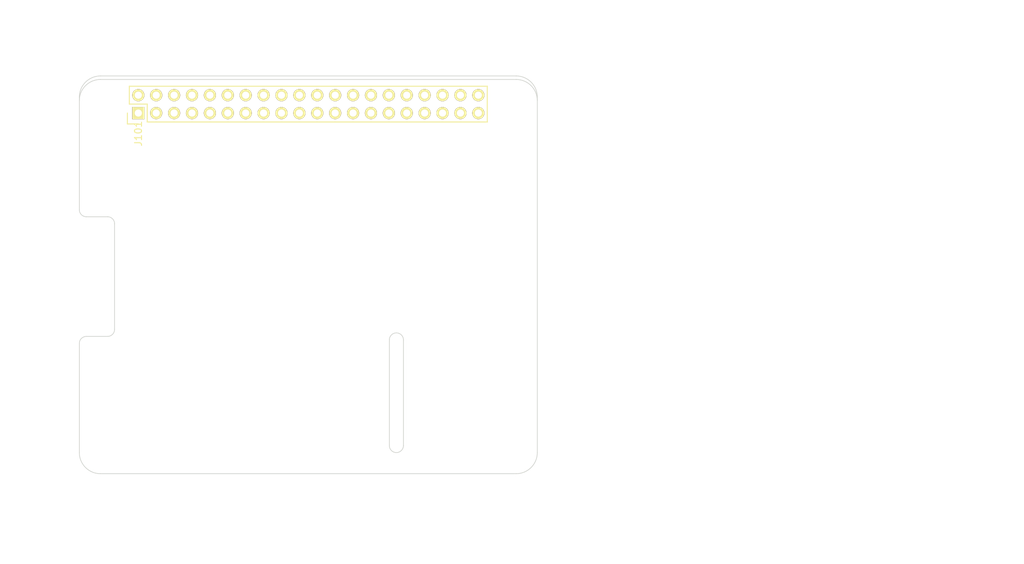
<source format=kicad_pcb>
(kicad_pcb (version 4) (host pcbnew 4.0.5+dfsg1-4)

  (general
    (links 0)
    (no_connects 0)
    (area -10.421428 -10.7 133.92857 69.475)
    (thickness 1.6)
    (drawings 40)
    (tracks 0)
    (zones 0)
    (modules 5)
    (nets 41)
  )

  (page A4)
  (layers
    (0 F.Cu signal)
    (31 B.Cu signal)
    (32 B.Adhes user)
    (33 F.Adhes user)
    (34 B.Paste user)
    (35 F.Paste user)
    (36 B.SilkS user)
    (37 F.SilkS user)
    (38 B.Mask user)
    (39 F.Mask user)
    (40 Dwgs.User user)
    (41 Cmts.User user)
    (42 Eco1.User user)
    (43 Eco2.User user)
    (44 Edge.Cuts user)
    (45 Margin user)
    (46 B.CrtYd user)
    (47 F.CrtYd user)
    (48 B.Fab user)
    (49 F.Fab user)
  )

  (setup
    (last_trace_width 0.25)
    (user_trace_width 0.01)
    (user_trace_width 0.02)
    (user_trace_width 0.05)
    (user_trace_width 0.1)
    (user_trace_width 0.2)
    (trace_clearance 0.2)
    (zone_clearance 0.508)
    (zone_45_only no)
    (trace_min 0.01)
    (segment_width 0.2)
    (edge_width 0.1)
    (via_size 0.6)
    (via_drill 0.4)
    (via_min_size 0.4)
    (via_min_drill 0.3)
    (uvia_size 0.3)
    (uvia_drill 0.1)
    (uvias_allowed no)
    (uvia_min_size 0.2)
    (uvia_min_drill 0.1)
    (pcb_text_width 0.3)
    (pcb_text_size 1.5 1.5)
    (mod_edge_width 0.15)
    (mod_text_size 1 1)
    (mod_text_width 0.15)
    (pad_size 2.75 2.75)
    (pad_drill 2.75)
    (pad_to_mask_clearance 0)
    (aux_axis_origin 90.17 87.63)
    (grid_origin 90.17 87.63)
    (visible_elements 7FFEFFFF)
    (pcbplotparams
      (layerselection 0x00030_80000001)
      (usegerberextensions false)
      (excludeedgelayer true)
      (linewidth 0.100000)
      (plotframeref false)
      (viasonmask false)
      (mode 1)
      (useauxorigin false)
      (hpglpennumber 1)
      (hpglpenspeed 20)
      (hpglpendiameter 15)
      (hpglpenoverlay 2)
      (psnegative false)
      (psa4output false)
      (plotreference true)
      (plotvalue true)
      (plotinvisibletext false)
      (padsonsilk false)
      (subtractmaskfromsilk false)
      (outputformat 1)
      (mirror false)
      (drillshape 0)
      (scaleselection 1)
      (outputdirectory meta/))
  )

  (net 0 "")
  (net 1 "Net-(J2-Pad1)")
  (net 2 "Net-(J2-Pad2)")
  (net 3 "Net-(J2-Pad3)")
  (net 4 "Net-(J2-Pad4)")
  (net 5 "Net-(J2-Pad5)")
  (net 6 "Net-(J2-Pad6)")
  (net 7 "Net-(J2-Pad7)")
  (net 8 "Net-(J2-Pad8)")
  (net 9 "Net-(J2-Pad9)")
  (net 10 "Net-(J2-Pad10)")
  (net 11 "Net-(J2-Pad11)")
  (net 12 "Net-(J2-Pad12)")
  (net 13 "Net-(J2-Pad13)")
  (net 14 "Net-(J2-Pad14)")
  (net 15 "Net-(J2-Pad15)")
  (net 16 "Net-(J2-Pad16)")
  (net 17 "Net-(J2-Pad17)")
  (net 18 "Net-(J2-Pad18)")
  (net 19 "Net-(J2-Pad19)")
  (net 20 "Net-(J2-Pad20)")
  (net 21 "Net-(J2-Pad21)")
  (net 22 "Net-(J2-Pad22)")
  (net 23 "Net-(J2-Pad23)")
  (net 24 "Net-(J2-Pad24)")
  (net 25 "Net-(J2-Pad25)")
  (net 26 "Net-(J2-Pad26)")
  (net 27 "Net-(J2-Pad27)")
  (net 28 "Net-(J2-Pad28)")
  (net 29 "Net-(J2-Pad29)")
  (net 30 "Net-(J2-Pad30)")
  (net 31 "Net-(J2-Pad31)")
  (net 32 "Net-(J2-Pad32)")
  (net 33 "Net-(J2-Pad33)")
  (net 34 "Net-(J2-Pad34)")
  (net 35 "Net-(J2-Pad35)")
  (net 36 "Net-(J2-Pad36)")
  (net 37 "Net-(J2-Pad37)")
  (net 38 "Net-(J2-Pad38)")
  (net 39 "Net-(J2-Pad39)")
  (net 40 "Net-(J2-Pad40)")

  (net_class Default "This is the default net class."
    (clearance 0.2)
    (trace_width 0.25)
    (via_dia 0.6)
    (via_drill 0.4)
    (uvia_dia 0.3)
    (uvia_drill 0.1)
    (add_net "Net-(J2-Pad1)")
    (add_net "Net-(J2-Pad10)")
    (add_net "Net-(J2-Pad11)")
    (add_net "Net-(J2-Pad12)")
    (add_net "Net-(J2-Pad13)")
    (add_net "Net-(J2-Pad14)")
    (add_net "Net-(J2-Pad15)")
    (add_net "Net-(J2-Pad16)")
    (add_net "Net-(J2-Pad17)")
    (add_net "Net-(J2-Pad18)")
    (add_net "Net-(J2-Pad19)")
    (add_net "Net-(J2-Pad2)")
    (add_net "Net-(J2-Pad20)")
    (add_net "Net-(J2-Pad21)")
    (add_net "Net-(J2-Pad22)")
    (add_net "Net-(J2-Pad23)")
    (add_net "Net-(J2-Pad24)")
    (add_net "Net-(J2-Pad25)")
    (add_net "Net-(J2-Pad26)")
    (add_net "Net-(J2-Pad27)")
    (add_net "Net-(J2-Pad28)")
    (add_net "Net-(J2-Pad29)")
    (add_net "Net-(J2-Pad3)")
    (add_net "Net-(J2-Pad30)")
    (add_net "Net-(J2-Pad31)")
    (add_net "Net-(J2-Pad32)")
    (add_net "Net-(J2-Pad33)")
    (add_net "Net-(J2-Pad34)")
    (add_net "Net-(J2-Pad35)")
    (add_net "Net-(J2-Pad36)")
    (add_net "Net-(J2-Pad37)")
    (add_net "Net-(J2-Pad38)")
    (add_net "Net-(J2-Pad39)")
    (add_net "Net-(J2-Pad4)")
    (add_net "Net-(J2-Pad40)")
    (add_net "Net-(J2-Pad5)")
    (add_net "Net-(J2-Pad6)")
    (add_net "Net-(J2-Pad7)")
    (add_net "Net-(J2-Pad8)")
    (add_net "Net-(J2-Pad9)")
  )

  (module RPi_Hat:Pin_Header_Straight_2x20 locked (layer F.Cu) (tedit 5984F6EC) (tstamp 5516AEA0)
    (at 114.3 86.36 90)
    (descr "Through hole pin header")
    (tags "pin header")
    (path /5515D395/5516AE26)
    (fp_text reference J101 (at -4.191 -24.13 90) (layer F.SilkS)
      (effects (font (size 1 1) (thickness 0.15)))
    )
    (fp_text value RPi_GPIO (at -1.27 -27.23 90) (layer F.Fab)
      (effects (font (size 1 1) (thickness 0.15)))
    )
    (fp_line (start -3.02 -25.88) (end -3.02 25.92) (layer F.CrtYd) (width 0.05))
    (fp_line (start 3.03 -25.88) (end 3.03 25.92) (layer F.CrtYd) (width 0.05))
    (fp_line (start -3.02 -25.88) (end 3.03 -25.88) (layer F.CrtYd) (width 0.05))
    (fp_line (start -3.02 25.92) (end 3.03 25.92) (layer F.CrtYd) (width 0.05))
    (fp_line (start 2.54 25.4) (end 2.54 -25.4) (layer F.SilkS) (width 0.15))
    (fp_line (start -2.54 -22.86) (end -2.54 25.4) (layer F.SilkS) (width 0.15))
    (fp_line (start 2.54 25.4) (end -2.54 25.4) (layer F.SilkS) (width 0.15))
    (fp_line (start 2.54 -25.4) (end 0 -25.4) (layer F.SilkS) (width 0.15))
    (fp_line (start -1.27 -25.68) (end -2.82 -25.68) (layer F.SilkS) (width 0.15))
    (fp_line (start 0 -25.4) (end 0 -22.86) (layer F.SilkS) (width 0.15))
    (fp_line (start 0 -22.86) (end -2.54 -22.86) (layer F.SilkS) (width 0.15))
    (fp_line (start -2.82 -25.68) (end -2.82 -24.13) (layer F.SilkS) (width 0.15))
    (pad 1 thru_hole rect (at -1.27 -24.13 90) (size 1.7272 1.7272) (drill 1.016) (layers *.Cu *.Mask F.SilkS)
      (net 1 "Net-(J2-Pad1)"))
    (pad 2 thru_hole oval (at 1.27 -24.13 90) (size 1.7272 1.7272) (drill 1.016) (layers *.Cu *.Mask F.SilkS)
      (net 2 "Net-(J2-Pad2)"))
    (pad 3 thru_hole oval (at -1.27 -21.59 90) (size 1.7272 1.7272) (drill 1.016) (layers *.Cu *.Mask F.SilkS)
      (net 3 "Net-(J2-Pad3)"))
    (pad 4 thru_hole oval (at 1.27 -21.59 90) (size 1.7272 1.7272) (drill 1.016) (layers *.Cu *.Mask F.SilkS)
      (net 4 "Net-(J2-Pad4)"))
    (pad 5 thru_hole oval (at -1.27 -19.05 90) (size 1.7272 1.7272) (drill 1.016) (layers *.Cu *.Mask F.SilkS)
      (net 5 "Net-(J2-Pad5)"))
    (pad 6 thru_hole oval (at 1.27 -19.05 90) (size 1.7272 1.7272) (drill 1.016) (layers *.Cu *.Mask F.SilkS)
      (net 6 "Net-(J2-Pad6)"))
    (pad 7 thru_hole oval (at -1.27 -16.51 90) (size 1.7272 1.7272) (drill 1.016) (layers *.Cu *.Mask F.SilkS)
      (net 7 "Net-(J2-Pad7)"))
    (pad 8 thru_hole oval (at 1.27 -16.51 90) (size 1.7272 1.7272) (drill 1.016) (layers *.Cu *.Mask F.SilkS)
      (net 8 "Net-(J2-Pad8)"))
    (pad 9 thru_hole oval (at -1.27 -13.97 90) (size 1.7272 1.7272) (drill 1.016) (layers *.Cu *.Mask F.SilkS)
      (net 9 "Net-(J2-Pad9)"))
    (pad 10 thru_hole oval (at 1.27 -13.97 90) (size 1.7272 1.7272) (drill 1.016) (layers *.Cu *.Mask F.SilkS)
      (net 10 "Net-(J2-Pad10)"))
    (pad 11 thru_hole oval (at -1.27 -11.43 90) (size 1.7272 1.7272) (drill 1.016) (layers *.Cu *.Mask F.SilkS)
      (net 11 "Net-(J2-Pad11)"))
    (pad 12 thru_hole oval (at 1.27 -11.43 90) (size 1.7272 1.7272) (drill 1.016) (layers *.Cu *.Mask F.SilkS)
      (net 12 "Net-(J2-Pad12)"))
    (pad 13 thru_hole oval (at -1.27 -8.89 90) (size 1.7272 1.7272) (drill 1.016) (layers *.Cu *.Mask F.SilkS)
      (net 13 "Net-(J2-Pad13)"))
    (pad 14 thru_hole oval (at 1.27 -8.89 90) (size 1.7272 1.7272) (drill 1.016) (layers *.Cu *.Mask F.SilkS)
      (net 14 "Net-(J2-Pad14)"))
    (pad 15 thru_hole oval (at -1.27 -6.35 90) (size 1.7272 1.7272) (drill 1.016) (layers *.Cu *.Mask F.SilkS)
      (net 15 "Net-(J2-Pad15)"))
    (pad 16 thru_hole oval (at 1.27 -6.35 90) (size 1.7272 1.7272) (drill 1.016) (layers *.Cu *.Mask F.SilkS)
      (net 16 "Net-(J2-Pad16)"))
    (pad 17 thru_hole oval (at -1.27 -3.81 90) (size 1.7272 1.7272) (drill 1.016) (layers *.Cu *.Mask F.SilkS)
      (net 17 "Net-(J2-Pad17)"))
    (pad 18 thru_hole oval (at 1.27 -3.81 90) (size 1.7272 1.7272) (drill 1.016) (layers *.Cu *.Mask F.SilkS)
      (net 18 "Net-(J2-Pad18)"))
    (pad 19 thru_hole oval (at -1.27 -1.27 90) (size 1.7272 1.7272) (drill 1.016) (layers *.Cu *.Mask F.SilkS)
      (net 19 "Net-(J2-Pad19)"))
    (pad 20 thru_hole oval (at 1.27 -1.27 90) (size 1.7272 1.7272) (drill 1.016) (layers *.Cu *.Mask F.SilkS)
      (net 20 "Net-(J2-Pad20)"))
    (pad 21 thru_hole oval (at -1.27 1.27 90) (size 1.7272 1.7272) (drill 1.016) (layers *.Cu *.Mask F.SilkS)
      (net 21 "Net-(J2-Pad21)"))
    (pad 22 thru_hole oval (at 1.27 1.27 90) (size 1.7272 1.7272) (drill 1.016) (layers *.Cu *.Mask F.SilkS)
      (net 22 "Net-(J2-Pad22)"))
    (pad 23 thru_hole oval (at -1.27 3.81 90) (size 1.7272 1.7272) (drill 1.016) (layers *.Cu *.Mask F.SilkS)
      (net 23 "Net-(J2-Pad23)"))
    (pad 24 thru_hole oval (at 1.27 3.81 90) (size 1.7272 1.7272) (drill 1.016) (layers *.Cu *.Mask F.SilkS)
      (net 24 "Net-(J2-Pad24)"))
    (pad 25 thru_hole oval (at -1.27 6.35 90) (size 1.7272 1.7272) (drill 1.016) (layers *.Cu *.Mask F.SilkS)
      (net 25 "Net-(J2-Pad25)"))
    (pad 26 thru_hole oval (at 1.27 6.35 90) (size 1.7272 1.7272) (drill 1.016) (layers *.Cu *.Mask F.SilkS)
      (net 26 "Net-(J2-Pad26)"))
    (pad 27 thru_hole oval (at -1.27 8.89 90) (size 1.7272 1.7272) (drill 1.016) (layers *.Cu *.Mask F.SilkS)
      (net 27 "Net-(J2-Pad27)"))
    (pad 28 thru_hole oval (at 1.27 8.89 90) (size 1.7272 1.7272) (drill 1.016) (layers *.Cu *.Mask F.SilkS)
      (net 28 "Net-(J2-Pad28)"))
    (pad 29 thru_hole oval (at -1.27 11.43 90) (size 1.7272 1.7272) (drill 1.016) (layers *.Cu *.Mask F.SilkS)
      (net 29 "Net-(J2-Pad29)"))
    (pad 30 thru_hole oval (at 1.27 11.43 90) (size 1.7272 1.7272) (drill 1.016) (layers *.Cu *.Mask F.SilkS)
      (net 30 "Net-(J2-Pad30)"))
    (pad 31 thru_hole oval (at -1.27 13.97 90) (size 1.7272 1.7272) (drill 1.016) (layers *.Cu *.Mask F.SilkS)
      (net 31 "Net-(J2-Pad31)"))
    (pad 32 thru_hole oval (at 1.27 13.97 90) (size 1.7272 1.7272) (drill 1.016) (layers *.Cu *.Mask F.SilkS)
      (net 32 "Net-(J2-Pad32)"))
    (pad 33 thru_hole oval (at -1.27 16.51 90) (size 1.7272 1.7272) (drill 1.016) (layers *.Cu *.Mask F.SilkS)
      (net 33 "Net-(J2-Pad33)"))
    (pad 34 thru_hole oval (at 1.27 16.51 90) (size 1.7272 1.7272) (drill 1.016) (layers *.Cu *.Mask F.SilkS)
      (net 34 "Net-(J2-Pad34)"))
    (pad 35 thru_hole oval (at -1.27 19.05 90) (size 1.7272 1.7272) (drill 1.016) (layers *.Cu *.Mask F.SilkS)
      (net 35 "Net-(J2-Pad35)"))
    (pad 36 thru_hole oval (at 1.27 19.05 90) (size 1.7272 1.7272) (drill 1.016) (layers *.Cu *.Mask F.SilkS)
      (net 36 "Net-(J2-Pad36)"))
    (pad 37 thru_hole oval (at -1.27 21.59 90) (size 1.7272 1.7272) (drill 1.016) (layers *.Cu *.Mask F.SilkS)
      (net 37 "Net-(J2-Pad37)"))
    (pad 38 thru_hole oval (at 1.27 21.59 90) (size 1.7272 1.7272) (drill 1.016) (layers *.Cu *.Mask F.SilkS)
      (net 38 "Net-(J2-Pad38)"))
    (pad 39 thru_hole oval (at -1.27 24.13 90) (size 1.7272 1.7272) (drill 1.016) (layers *.Cu *.Mask F.SilkS)
      (net 39 "Net-(J2-Pad39)"))
    (pad 40 thru_hole oval (at 1.27 24.13 90) (size 1.7272 1.7272) (drill 1.016) (layers *.Cu *.Mask F.SilkS)
      (net 40 "Net-(J2-Pad40)"))
    (model Pin_Headers.3dshapes/Pin_Header_Straight_2x20.wrl
      (at (xyz 0 0 0))
      (scale (xyz 1 1 1))
      (rotate (xyz 0 0 90))
    )
  )

  (module RPi_Hat:RPi_Hat_Mounting_Hole locked (layer F.Cu) (tedit 55217C7B) (tstamp 5515DEA9)
    (at 143.3 86.36)
    (descr "Mounting hole, Befestigungsbohrung, 2,7mm, No Annular, Kein Restring,")
    (tags "Mounting hole, Befestigungsbohrung, 2,7mm, No Annular, Kein Restring,")
    (fp_text reference "" (at 0 -4.0005) (layer F.SilkS) hide
      (effects (font (size 1 1) (thickness 0.15)))
    )
    (fp_text value "" (at 0.09906 3.59918) (layer F.Fab) hide
      (effects (font (size 1 1) (thickness 0.15)))
    )
    (fp_circle (center 0 0) (end 1.375 0) (layer F.Fab) (width 0.15))
    (fp_circle (center 0 0) (end 3.1 0) (layer F.Fab) (width 0.15))
    (fp_circle (center 0 0) (end 3.1 0) (layer B.Fab) (width 0.15))
    (fp_circle (center 0 0) (end 1.375 0) (layer B.Fab) (width 0.15))
    (fp_circle (center 0 0) (end 3.1 0) (layer F.CrtYd) (width 0.15))
    (fp_circle (center 0 0) (end 3.1 0) (layer B.CrtYd) (width 0.15))
    (pad "" np_thru_hole circle (at 0 0) (size 2.75 2.75) (drill 2.75) (layers *.Cu *.Mask)
      (solder_mask_margin 1.725) (clearance 1.725))
  )

  (module RPi_Hat:RPi_Hat_Mounting_Hole locked (layer F.Cu) (tedit 55217CCB) (tstamp 55169DC9)
    (at 143.3 135.36)
    (descr "Mounting hole, Befestigungsbohrung, 2,7mm, No Annular, Kein Restring,")
    (tags "Mounting hole, Befestigungsbohrung, 2,7mm, No Annular, Kein Restring,")
    (fp_text reference "" (at 0 -4.0005) (layer F.SilkS) hide
      (effects (font (size 1 1) (thickness 0.15)))
    )
    (fp_text value "" (at 0.09906 3.59918) (layer F.Fab) hide
      (effects (font (size 1 1) (thickness 0.15)))
    )
    (fp_circle (center 0 0) (end 1.375 0) (layer F.Fab) (width 0.15))
    (fp_circle (center 0 0) (end 3.1 0) (layer F.Fab) (width 0.15))
    (fp_circle (center 0 0) (end 3.1 0) (layer B.Fab) (width 0.15))
    (fp_circle (center 0 0) (end 1.375 0) (layer B.Fab) (width 0.15))
    (fp_circle (center 0 0) (end 3.1 0) (layer F.CrtYd) (width 0.15))
    (fp_circle (center 0 0) (end 3.1 0) (layer B.CrtYd) (width 0.15))
    (pad "" np_thru_hole circle (at 0 0) (size 2.75 2.75) (drill 2.75) (layers *.Cu *.Mask)
      (solder_mask_margin 1.725) (clearance 1.725))
  )

  (module RPi_Hat:RPi_Hat_Mounting_Hole locked (layer F.Cu) (tedit 55217CB9) (tstamp 5515DECC)
    (at 85.3 135.36)
    (descr "Mounting hole, Befestigungsbohrung, 2,7mm, No Annular, Kein Restring,")
    (tags "Mounting hole, Befestigungsbohrung, 2,7mm, No Annular, Kein Restring,")
    (fp_text reference "" (at 0 -4.0005) (layer F.SilkS) hide
      (effects (font (size 1 1) (thickness 0.15)))
    )
    (fp_text value "" (at 0.09906 3.59918) (layer F.Fab) hide
      (effects (font (size 1 1) (thickness 0.15)))
    )
    (fp_circle (center 0 0) (end 1.375 0) (layer F.Fab) (width 0.15))
    (fp_circle (center 0 0) (end 3.1 0) (layer F.Fab) (width 0.15))
    (fp_circle (center 0 0) (end 3.1 0) (layer B.Fab) (width 0.15))
    (fp_circle (center 0 0) (end 1.375 0) (layer B.Fab) (width 0.15))
    (fp_circle (center 0 0) (end 3.1 0) (layer F.CrtYd) (width 0.15))
    (fp_circle (center 0 0) (end 3.1 0) (layer B.CrtYd) (width 0.15))
    (pad "" np_thru_hole circle (at 0 0) (size 2.75 2.75) (drill 2.75) (layers *.Cu *.Mask)
      (solder_mask_margin 1.725) (clearance 1.725))
  )

  (module RPi_Hat:RPi_Hat_Mounting_Hole locked (layer F.Cu) (tedit 55217CA2) (tstamp 5515DEBF)
    (at 85.3 86.36)
    (descr "Mounting hole, Befestigungsbohrung, 2,7mm, No Annular, Kein Restring,")
    (tags "Mounting hole, Befestigungsbohrung, 2,7mm, No Annular, Kein Restring,")
    (fp_text reference "" (at 0 -4.0005) (layer F.SilkS) hide
      (effects (font (size 1 1) (thickness 0.15)))
    )
    (fp_text value "" (at 0.09906 3.59918) (layer F.Fab) hide
      (effects (font (size 1 1) (thickness 0.15)))
    )
    (fp_circle (center 0 0) (end 1.375 0) (layer F.Fab) (width 0.15))
    (fp_circle (center 0 0) (end 3.1 0) (layer F.Fab) (width 0.15))
    (fp_circle (center 0 0) (end 3.1 0) (layer B.Fab) (width 0.15))
    (fp_circle (center 0 0) (end 1.375 0) (layer B.Fab) (width 0.15))
    (fp_circle (center 0 0) (end 3.1 0) (layer F.CrtYd) (width 0.15))
    (fp_circle (center 0 0) (end 3.1 0) (layer B.CrtYd) (width 0.15))
    (pad "" np_thru_hole circle (at 0 0) (size 2.75 2.75) (drill 2.75) (layers *.Cu *.Mask)
      (solder_mask_margin 1.725) (clearance 1.725))
  )

  (gr_text "Select one of these board edges depending \nupon the type of socket that is used." (at 164.3 82.86) (layer Cmts.User)
    (effects (font (size 1.5 1.5) (thickness 0.15)) (justify left))
  )
  (gr_text "Dimensions taken from\nhttps://github.com/raspberrypi/hats/blob/master/hat-board-mechanical.pdf" (at 118.3 149.36) (layer Cmts.User)
    (effects (font (size 1.5 1.5) (thickness 0.15) italic))
  )
  (dimension 56 (width 0.15) (layer Dwgs.User)
    (gr_text "56 mm (Thru-hole socket J2)" (at 157.15 110.86 270) (layer Dwgs.User) (tstamp 5984F5CB)
      (effects (font (size 1.5 1.5) (thickness 0.15)))
    )
    (feature1 (pts (xy 147.8 138.86) (xy 158.5 138.86)))
    (feature2 (pts (xy 147.8 82.86) (xy 158.5 82.86)))
    (crossbar (pts (xy 155.8 82.86) (xy 155.8 138.86)))
    (arrow1a (pts (xy 155.8 138.86) (xy 155.213579 137.733496)))
    (arrow1b (pts (xy 155.8 138.86) (xy 156.386421 137.733496)))
    (arrow2a (pts (xy 155.8 82.86) (xy 155.213579 83.986504)))
    (arrow2b (pts (xy 155.8 82.86) (xy 156.386421 83.986504)))
  )
  (gr_arc (start 143.8 85.86) (end 143.8 82.86) (angle 90) (layer Edge.Cuts) (width 0.1) (tstamp 5516A74C))
  (gr_line (start 84.8 82.86) (end 143.8 82.86) (angle 90) (layer Edge.Cuts) (width 0.1) (tstamp 5516A726))
  (gr_arc (start 84.8 85.86) (end 81.8 85.86) (angle 90) (layer Edge.Cuts) (width 0.1) (tstamp 5516A6F0))
  (dimension 11.5 (width 0.15) (layer Dwgs.User)
    (gr_text "11.5 mm" (at 120.950001 133.11 270) (layer Dwgs.User) (tstamp 5984F5C9)
      (effects (font (size 1.5 1.5) (thickness 0.15)))
    )
    (feature1 (pts (xy 124.8 138.86) (xy 119.600001 138.86)))
    (feature2 (pts (xy 124.8 127.36) (xy 119.600001 127.36)))
    (crossbar (pts (xy 122.300001 127.36) (xy 122.300001 138.86)))
    (arrow1a (pts (xy 122.300001 138.86) (xy 121.71358 137.733496)))
    (arrow1b (pts (xy 122.300001 138.86) (xy 122.886422 137.733496)))
    (arrow2a (pts (xy 122.300001 127.36) (xy 121.71358 128.486504)))
    (arrow2b (pts (xy 122.300001 127.36) (xy 122.886422 128.486504)))
  )
  (dimension 2 (width 0.15) (layer Dwgs.User) (tstamp 5516A8F7)
    (gr_text "2 mm" (at 131.55 115.36) (layer Dwgs.User) (tstamp 5984F5C7)
      (effects (font (size 1.5 1.5) (thickness 0.15)))
    )
    (feature1 (pts (xy 127.8 117.86) (xy 127.8 112.660001)))
    (feature2 (pts (xy 125.8 117.86) (xy 125.8 112.660001)))
    (crossbar (pts (xy 125.8 115.360001) (xy 127.8 115.360001)))
    (arrow1a (pts (xy 127.8 115.360001) (xy 126.673496 115.946422)))
    (arrow1b (pts (xy 127.8 115.360001) (xy 126.673496 114.77358)))
    (arrow2a (pts (xy 125.8 115.360001) (xy 126.926504 115.946422)))
    (arrow2b (pts (xy 125.8 115.360001) (xy 126.926504 114.77358)))
  )
  (dimension 17 (width 0.15) (layer Dwgs.User)
    (gr_text "17 mm" (at 133.15 127.36 270) (layer Dwgs.User) (tstamp 5984F5C5)
      (effects (font (size 1.5 1.5) (thickness 0.15)))
    )
    (feature1 (pts (xy 128.8 135.86) (xy 134.5 135.86)))
    (feature2 (pts (xy 128.8 118.86) (xy 134.5 118.86)))
    (crossbar (pts (xy 131.8 118.86) (xy 131.8 135.86)))
    (arrow1a (pts (xy 131.8 135.86) (xy 131.213579 134.733496)))
    (arrow1b (pts (xy 131.8 135.86) (xy 132.386421 134.733496)))
    (arrow2a (pts (xy 131.8 118.86) (xy 131.213579 119.986504)))
    (arrow2b (pts (xy 131.8 118.86) (xy 132.386421 119.986504)))
  )
  (dimension 3.5 (width 0.15) (layer Dwgs.User)
    (gr_text "3.5 mm" (at 90.3 142.36) (layer Dwgs.User) (tstamp 5984F5D5)
      (effects (font (size 1.5 1.5) (thickness 0.15)))
    )
    (feature1 (pts (xy 85.3 139.86) (xy 85.3 145.06)))
    (feature2 (pts (xy 81.8 139.86) (xy 81.8 145.06)))
    (crossbar (pts (xy 81.8 142.36) (xy 85.3 142.36)))
    (arrow1a (pts (xy 85.3 142.36) (xy 84.173496 142.946421)))
    (arrow1b (pts (xy 85.3 142.36) (xy 84.173496 141.773579)))
    (arrow2a (pts (xy 81.8 142.36) (xy 82.926504 142.946421)))
    (arrow2b (pts (xy 81.8 142.36) (xy 82.926504 141.773579)))
  )
  (dimension 3.5 (width 0.15) (layer Dwgs.User) (tstamp 55169E80)
    (gr_text "3.5 mm" (at 92.05 130.61 270) (layer Dwgs.User) (tstamp 5984F5D9)
      (effects (font (size 1.5 1.5) (thickness 0.15)))
    )
    (feature1 (pts (xy 88.8 138.86) (xy 94.5 138.86)))
    (feature2 (pts (xy 88.8 135.36) (xy 94.5 135.36)))
    (crossbar (pts (xy 91.8 135.36) (xy 91.8 138.86)))
    (arrow1a (pts (xy 91.8 138.86) (xy 91.213579 137.733496)))
    (arrow1b (pts (xy 91.8 138.86) (xy 92.386421 137.733496)))
    (arrow2a (pts (xy 91.8 135.36) (xy 91.213579 136.486504)))
    (arrow2b (pts (xy 91.8 135.36) (xy 92.386421 136.486504)))
  )
  (dimension 49 (width 0.15) (layer Dwgs.User)
    (gr_text "49 mm" (at 152.149999 110.86 270) (layer Dwgs.User) (tstamp 5984F5CD)
      (effects (font (size 1.5 1.5) (thickness 0.15)))
    )
    (feature1 (pts (xy 147.8 135.36) (xy 153.499999 135.36)))
    (feature2 (pts (xy 147.8 86.36) (xy 153.499999 86.36)))
    (crossbar (pts (xy 150.799999 86.36) (xy 150.799999 135.36)))
    (arrow1a (pts (xy 150.799999 135.36) (xy 150.213578 134.233496)))
    (arrow1b (pts (xy 150.799999 135.36) (xy 151.38642 134.233496)))
    (arrow2a (pts (xy 150.799999 86.36) (xy 150.213578 87.486504)))
    (arrow2b (pts (xy 150.799999 86.36) (xy 151.38642 87.486504)))
  )
  (dimension 19.5 (width 0.15) (layer Dwgs.User) (tstamp 55169DA3)
    (gr_text "19.5 mm" (at 76.45 129.11 270) (layer Dwgs.User) (tstamp 5984F5D7)
      (effects (font (size 1.5 1.5) (thickness 0.15)))
    )
    (feature1 (pts (xy 80.8 138.86) (xy 75.1 138.86)))
    (feature2 (pts (xy 80.8 119.36) (xy 75.1 119.36)))
    (crossbar (pts (xy 77.8 119.36) (xy 77.8 138.86)))
    (arrow1a (pts (xy 77.8 138.86) (xy 77.213579 137.733496)))
    (arrow1b (pts (xy 77.8 138.86) (xy 78.386421 137.733496)))
    (arrow2a (pts (xy 77.8 119.36) (xy 77.213579 120.486504)))
    (arrow2b (pts (xy 77.8 119.36) (xy 78.386421 120.486504)))
  )
  (dimension 17 (width 0.15) (layer Dwgs.User)
    (gr_text "17 mm" (at 91.15 110.86 270) (layer Dwgs.User) (tstamp 5984F5D1)
      (effects (font (size 1.5 1.5) (thickness 0.15)))
    )
    (feature1 (pts (xy 87.8 119.36) (xy 92.5 119.36)))
    (feature2 (pts (xy 87.8 102.36) (xy 92.5 102.36)))
    (crossbar (pts (xy 89.8 102.36) (xy 89.8 119.36)))
    (arrow1a (pts (xy 89.8 119.36) (xy 89.213579 118.233496)))
    (arrow1b (pts (xy 89.8 119.36) (xy 90.386421 118.233496)))
    (arrow2a (pts (xy 89.8 102.36) (xy 89.213579 103.486504)))
    (arrow2b (pts (xy 89.8 102.36) (xy 90.386421 103.486504)))
  )
  (dimension 5 (width 0.15) (layer Dwgs.User)
    (gr_text "5 mm" (at 90.55 100.36) (layer Dwgs.User) (tstamp 5984F5D3)
      (effects (font (size 1.5 1.5) (thickness 0.15)))
    )
    (feature1 (pts (xy 86.8 102.36) (xy 86.8 97.66)))
    (feature2 (pts (xy 81.8 102.36) (xy 81.8 97.66)))
    (crossbar (pts (xy 81.8 100.36) (xy 86.8 100.36)))
    (arrow1a (pts (xy 86.8 100.36) (xy 85.673496 100.946421)))
    (arrow1b (pts (xy 86.8 100.36) (xy 85.673496 99.773579)))
    (arrow2a (pts (xy 81.8 100.36) (xy 82.926504 100.946421)))
    (arrow2b (pts (xy 81.8 100.36) (xy 82.926504 99.773579)))
  )
  (dimension 29 (width 0.15) (layer Dwgs.User)
    (gr_text "29 mm" (at 99.8 94.209999) (layer Dwgs.User) (tstamp 5984F5CF)
      (effects (font (size 1.5 1.5) (thickness 0.15)))
    )
    (feature1 (pts (xy 114.3 90.36) (xy 114.3 95.559999)))
    (feature2 (pts (xy 85.3 90.36) (xy 85.3 95.559999)))
    (crossbar (pts (xy 85.3 92.859999) (xy 114.3 92.859999)))
    (arrow1a (pts (xy 114.3 92.859999) (xy 113.173496 93.44642)))
    (arrow1b (pts (xy 114.3 92.859999) (xy 113.173496 92.273578)))
    (arrow2a (pts (xy 85.3 92.859999) (xy 86.426504 93.44642)))
    (arrow2b (pts (xy 85.3 92.859999) (xy 86.426504 92.273578)))
  )
  (dimension 58 (width 0.15) (layer Dwgs.User)
    (gr_text "58 mm" (at 114.3 77.51) (layer Dwgs.User) (tstamp 5984F5DD)
      (effects (font (size 1.5 1.5) (thickness 0.15)))
    )
    (feature1 (pts (xy 143.3 81.36) (xy 143.3 76.16)))
    (feature2 (pts (xy 85.3 81.36) (xy 85.3 76.16)))
    (crossbar (pts (xy 85.3 78.86) (xy 143.3 78.86)))
    (arrow1a (pts (xy 143.3 78.86) (xy 142.173496 79.446421)))
    (arrow1b (pts (xy 143.3 78.86) (xy 142.173496 78.273579)))
    (arrow2a (pts (xy 85.3 78.86) (xy 86.426504 79.446421)))
    (arrow2b (pts (xy 85.3 78.86) (xy 86.426504 78.273579)))
  )
  (dimension 65 (width 0.15) (layer Dwgs.User)
    (gr_text "65 mm" (at 114.3 73.01) (layer Dwgs.User) (tstamp 5984F5DB)
      (effects (font (size 1.5 1.5) (thickness 0.15)))
    )
    (feature1 (pts (xy 146.8 81.36) (xy 146.8 71.66)))
    (feature2 (pts (xy 81.8 81.36) (xy 81.8 71.66)))
    (crossbar (pts (xy 81.8 74.36) (xy 146.8 74.36)))
    (arrow1a (pts (xy 146.8 74.36) (xy 145.673496 74.946421)))
    (arrow1b (pts (xy 146.8 74.36) (xy 145.673496 73.773579)))
    (arrow2a (pts (xy 81.8 74.36) (xy 82.926504 74.946421)))
    (arrow2b (pts (xy 81.8 74.36) (xy 82.926504 73.773579)))
  )
  (dimension 56.5 (width 0.15) (layer Dwgs.User)
    (gr_text "56.5 mm (SMT socket J1)" (at 161.15 110.61 270) (layer Dwgs.User) (tstamp 5984F5C3)
      (effects (font (size 1.5 1.5) (thickness 0.15)))
    )
    (feature1 (pts (xy 147.8 138.86) (xy 162.5 138.86)))
    (feature2 (pts (xy 147.8 82.36) (xy 162.5 82.36)))
    (crossbar (pts (xy 159.8 82.36) (xy 159.8 138.86)))
    (arrow1a (pts (xy 159.8 138.86) (xy 159.213579 137.733496)))
    (arrow1b (pts (xy 159.8 138.86) (xy 160.386421 137.733496)))
    (arrow2a (pts (xy 159.8 82.36) (xy 159.213579 83.486504)))
    (arrow2b (pts (xy 159.8 82.36) (xy 160.386421 83.486504)))
  )
  (gr_text "Camera Flex Slot\n(Optional)" (at 126.55 142.61) (layer Cmts.User) (tstamp 55169D99)
    (effects (font (size 1.5 1.5) (thickness 0.15)))
  )
  (gr_arc (start 126.8 134.86) (end 125.8 134.86) (angle -180) (layer Edge.Cuts) (width 0.1) (tstamp 5515DF03))
  (gr_arc (start 126.8 119.86) (end 125.8 119.86) (angle 180) (layer Edge.Cuts) (width 0.1))
  (gr_line (start 127.8 119.86) (end 127.8 134.86) (angle 90) (layer Edge.Cuts) (width 0.1) (tstamp 5515DEFA))
  (gr_line (start 125.8 119.86) (end 125.8 134.86) (angle 90) (layer Edge.Cuts) (width 0.1))
  (gr_arc (start 82.8 120.36) (end 81.8 120.36) (angle 90) (layer Edge.Cuts) (width 0.1) (tstamp 5515814F))
  (gr_arc (start 85.8 118.36) (end 86.8 118.36) (angle 90) (layer Edge.Cuts) (width 0.1) (tstamp 5515812E))
  (gr_arc (start 85.8 103.36) (end 85.8 102.36) (angle 90) (layer Edge.Cuts) (width 0.1) (tstamp 5515810E))
  (gr_arc (start 82.8 101.36) (end 82.8 102.36) (angle 90) (layer Edge.Cuts) (width 0.1) (tstamp 55158090))
  (gr_arc (start 143.8 135.86) (end 146.8 135.86) (angle 90) (layer Edge.Cuts) (width 0.1) (tstamp 55157FFB))
  (gr_arc (start 84.8 135.86) (end 84.8 138.86) (angle 90) (layer Edge.Cuts) (width 0.1) (tstamp 55157FCE))
  (gr_arc (start 84.8 85.36) (end 81.8 85.36) (angle 90) (layer Edge.Cuts) (width 0.1) (tstamp 55157F8A))
  (gr_arc (start 143.8 85.36) (end 143.8 82.36) (angle 90) (layer Edge.Cuts) (width 0.1) (tstamp 55157F2C))
  (gr_line (start 81.8 120.36) (end 81.8 135.86) (layer Edge.Cuts) (width 0.1))
  (gr_line (start 81.8 85.36) (end 81.8 101.36) (layer Edge.Cuts) (width 0.1))
  (gr_line (start 82.8 119.36) (end 85.8 119.36) (layer Edge.Cuts) (width 0.1))
  (gr_line (start 82.8 102.36) (end 85.8 102.36) (layer Edge.Cuts) (width 0.1))
  (gr_line (start 86.8 103.36) (end 86.8 118.36) (layer Edge.Cuts) (width 0.1))
  (gr_line (start 84.8 138.86) (end 143.8 138.86) (angle 90) (layer Edge.Cuts) (width 0.1))
  (gr_line (start 146.8 85.36) (end 146.8 135.86) (angle 90) (layer Edge.Cuts) (width 0.1))
  (gr_line (start 84.8 82.36) (end 143.8 82.36) (angle 90) (layer Edge.Cuts) (width 0.1))

)

</source>
